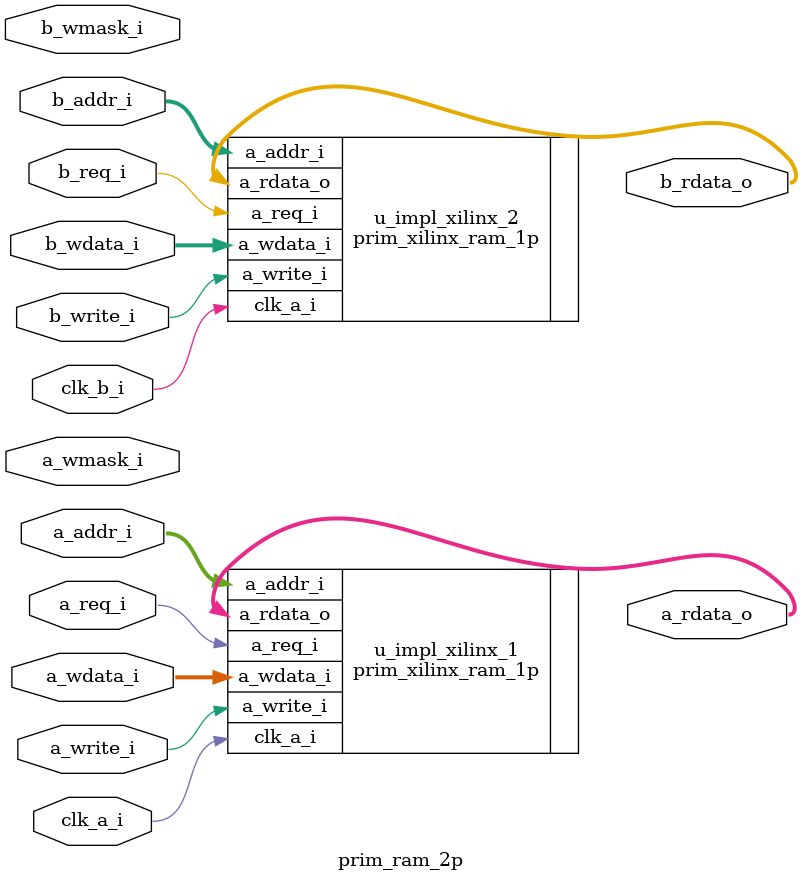
<source format=v>
module prim_ram_2p (
	clk_a_i,
	clk_b_i,
	a_req_i,
	a_write_i,
	a_addr_i,
	a_wdata_i,
	a_wmask_i,
	a_rdata_o,
	b_req_i,
	b_write_i,
	b_addr_i,
	b_wdata_i,
	b_wmask_i,
	b_rdata_o
);
	parameter signed [31:0] Width = 32;
	parameter signed [31:0] Depth = 128;
	parameter signed [31:0] DataBitsPerMask = 1;
	parameter MemInitFile = "";
	localparam signed [31:0] Aw = $clog2(Depth);
	input clk_a_i;
	input clk_b_i;
	input a_req_i;
	input a_write_i;
	input [Aw - 1:0] a_addr_i;
	input [Width - 1:0] a_wdata_i;
	input wire [Width - 1:0] a_wmask_i;
	output wire [Width - 1:0] a_rdata_o;
	input b_req_i;
	input b_write_i;
	input [Aw - 1:0] b_addr_i;
	input [Width - 1:0] b_wdata_i;
	input wire [Width - 1:0] b_wmask_i;
	output wire [Width - 1:0] b_rdata_o;
	localparam integer prim_pkg_ImplGeneric = 0;
	parameter integer Impl = prim_pkg_ImplGeneric;
	generate
			prim_xilinx_ram_1p #(
				.Width(Width),
				.Depth(Depth)
			) u_impl_xilinx_1(
				.clk_a_i(clk_a_i),
				.a_req_i(a_req_i),
				.a_write_i(a_write_i),
				.a_addr_i(a_addr_i),
				.a_wdata_i(a_wdata_i),
				.a_rdata_o(a_rdata_o)
			);
			prim_xilinx_ram_1p #(
				.Width(Width),
				.Depth(Depth)
			) u_impl_xilinx_2(
				.clk_a_i(clk_b_i),
				.a_req_i(b_req_i),
				.a_write_i(b_write_i),
				.a_addr_i(b_addr_i),
				.a_wdata_i(b_wdata_i),
				.a_rdata_o(b_rdata_o)
			);
	endgenerate
endmodule

</source>
